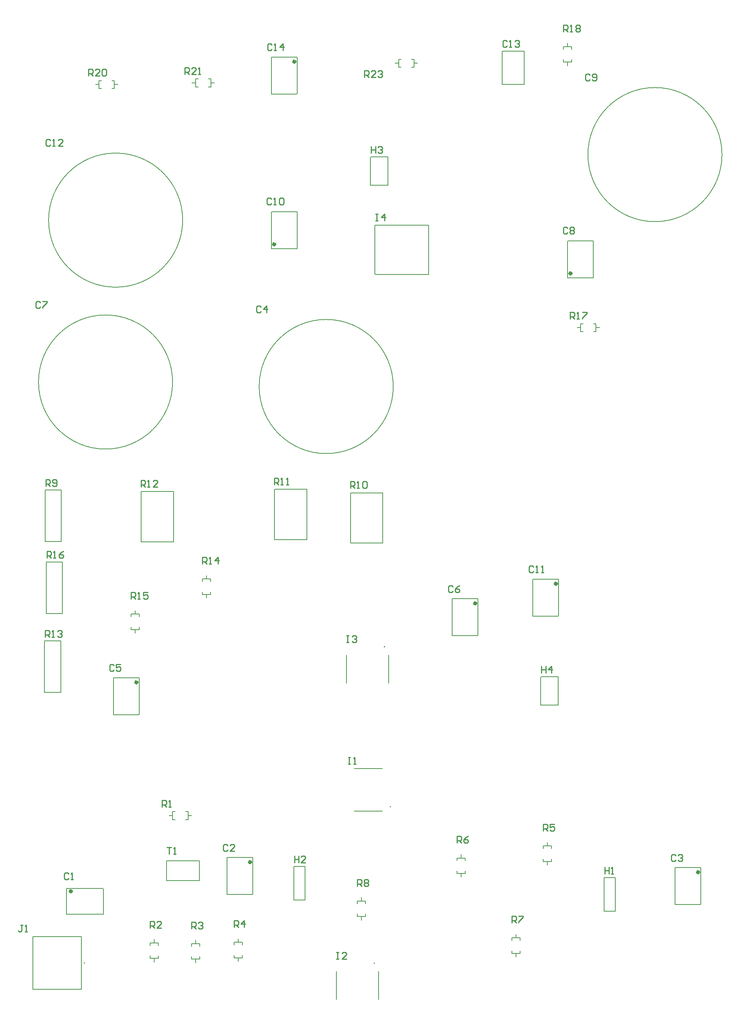
<source format=gto>
G04*
G04 #@! TF.GenerationSoftware,Altium Limited,Altium Designer,25.4.2 (15)*
G04*
G04 Layer_Color=65535*
%FSLAX44Y44*%
%MOMM*%
G71*
G04*
G04 #@! TF.SameCoordinates,B37D86E9-8EB0-469F-8F7F-38126ABF2200*
G04*
G04*
G04 #@! TF.FilePolarity,Positive*
G04*
G01*
G75*
%ADD10C,0.2000*%
%ADD11C,0.7620*%
%ADD12C,0.2032*%
%ADD13C,0.1270*%
%ADD14C,0.2540*%
D10*
X966070Y1521460D02*
G03*
X966070Y1521460I-152000J0D01*
G01*
X465690Y1531620D02*
G03*
X465690Y1531620I-152000J0D01*
G01*
X1711560Y2047240D02*
G03*
X1711560Y2047240I-152000J0D01*
G01*
X488550Y1898650D02*
G03*
X488550Y1898650I-152000J0D01*
G01*
X266680Y214630D02*
G03*
X266680Y214630I-1000J0D01*
G01*
X960670Y568960D02*
G03*
X960670Y568960I-1000J0D01*
G01*
X924290Y214180D02*
G03*
X924290Y214180I-1000J0D01*
G01*
X947150Y931400D02*
G03*
X947150Y931400I-1000J0D01*
G01*
X1213250Y2231390D02*
Y2256790D01*
X1263250Y2231390D02*
Y2256790D01*
X1213250Y2206390D02*
Y2231390D01*
Y2206390D02*
X1263250D01*
Y2231390D01*
X1213250Y2256790D02*
Y2281790D01*
X1263250D01*
Y2256790D02*
Y2281790D01*
D11*
X236220Y377190D02*
G03*
X236220Y377190I-1270J0D01*
G01*
X642620Y443230D02*
G03*
X642620Y443230I-1270J0D01*
G01*
X1658620Y420370D02*
G03*
X1658620Y420370I-1270J0D01*
G01*
X384810Y850900D02*
G03*
X384810Y850900I-1270J0D01*
G01*
X1153160Y1029970D02*
G03*
X1153160Y1029970I-1270J0D01*
G01*
X1369060Y1778000D02*
G03*
X1369060Y1778000I-1270J0D01*
G01*
X697230Y1844040D02*
G03*
X697230Y1844040I-1270J0D01*
G01*
X1336040Y1074420D02*
G03*
X1336040Y1074420I-1270J0D01*
G01*
X742950Y2258060D02*
G03*
X742950Y2258060I-1270J0D01*
G01*
D12*
X176530Y1169670D02*
Y1286510D01*
Y1169670D02*
X213360D01*
Y1286510D01*
X176530D02*
X213360D01*
X175260Y827940D02*
Y944780D01*
Y827940D02*
X212090D01*
Y944780D01*
X175260D02*
X212090D01*
X179070Y1007010D02*
Y1123850D01*
Y1007010D02*
X215900D01*
Y1123850D01*
X179070D02*
X215900D01*
X1443990Y331470D02*
Y407670D01*
Y331470D02*
X1469390D01*
Y407670D01*
X1443990D02*
X1469390D01*
X740410Y356870D02*
Y433070D01*
Y356870D02*
X765810D01*
Y433070D01*
X740410D02*
X765810D01*
X914400Y2040890D02*
X915670Y2042160D01*
X914400Y1977390D02*
Y2040890D01*
Y1977390D02*
X916940D01*
X953770D01*
Y2042160D01*
X915670D02*
X953770D01*
X1300480Y862330D02*
X1301750Y863600D01*
X1300480Y798830D02*
Y862330D01*
Y798830D02*
X1303020D01*
X1339850D01*
Y863600D01*
X1301750D02*
X1339850D01*
X451645Y446133D02*
X526575D01*
Y401684D02*
Y446133D01*
X451645Y401684D02*
X526575D01*
X451645D02*
Y446133D01*
X924560Y1887220D02*
X1046480D01*
X924560Y1776730D02*
Y1887220D01*
Y1776730D02*
X925830Y1775460D01*
X1046480D01*
Y1887220D01*
X224790Y325120D02*
Y383540D01*
X307340D01*
X308610Y382270D01*
Y325120D02*
Y382270D01*
X228600Y325120D02*
X308610D01*
X224790D02*
X228600D01*
X589280Y453390D02*
X647700D01*
Y370840D02*
Y453390D01*
X646430Y369570D02*
X647700Y370840D01*
X589280Y369570D02*
X646430D01*
X589280D02*
Y449580D01*
Y453390D01*
X1605280Y430530D02*
X1663700D01*
Y347980D02*
Y430530D01*
X1662430Y346710D02*
X1663700Y347980D01*
X1605280Y346710D02*
X1662430D01*
X1605280D02*
Y426720D01*
Y430530D01*
X331470Y861060D02*
X389890D01*
Y778510D02*
Y861060D01*
X388620Y777240D02*
X389890Y778510D01*
X331470Y777240D02*
X388620D01*
X331470D02*
Y857250D01*
Y861060D01*
X1099820Y1040130D02*
X1158240D01*
Y957580D02*
Y1040130D01*
X1156970Y956310D02*
X1158240Y957580D01*
X1099820Y956310D02*
X1156970D01*
X1099820D02*
Y1036320D01*
Y1040130D01*
X1361440Y1767840D02*
X1419860D01*
X1361440D02*
Y1850390D01*
X1362710Y1851660D01*
X1419860D01*
Y1771650D02*
Y1851660D01*
Y1767840D02*
Y1771650D01*
X689610Y1833880D02*
X748030D01*
X689610D02*
Y1916430D01*
X690880Y1917700D01*
X748030D01*
Y1837690D02*
Y1917700D01*
Y1833880D02*
Y1837690D01*
X1282700Y1084580D02*
X1341120D01*
Y1002030D02*
Y1084580D01*
X1339850Y1000760D02*
X1341120Y1002030D01*
X1282700Y1000760D02*
X1339850D01*
X1282700D02*
Y1080770D01*
Y1084580D01*
X689610Y2268220D02*
X748030D01*
Y2185670D02*
Y2268220D01*
X746760Y2184400D02*
X748030Y2185670D01*
X689610Y2184400D02*
X746760D01*
X689610D02*
Y2264410D01*
Y2268220D01*
X869641Y1279342D02*
X870544Y1280244D01*
X869641Y1167162D02*
Y1279342D01*
Y1167162D02*
X870093Y1166711D01*
X942272D01*
X942573Y1167012D01*
Y1280544D01*
X942423Y1280394D02*
X942573Y1280544D01*
X869341Y1280394D02*
X942423D01*
X769026Y1174666D02*
X769929Y1175568D01*
Y1287748D01*
X769477Y1288199D02*
X769929Y1287748D01*
X697298Y1288199D02*
X769477D01*
X696997Y1287898D02*
X697298Y1288199D01*
X696997Y1174365D02*
Y1287898D01*
Y1174365D02*
X697147Y1174516D01*
X770229D01*
X466766Y1169586D02*
X467668Y1170489D01*
Y1282668D01*
X467217Y1283119D02*
X467668Y1282668D01*
X395037Y1283119D02*
X467217D01*
X394737Y1282818D02*
X395037Y1283119D01*
X394737Y1169286D02*
Y1282818D01*
Y1169286D02*
X394887Y1169436D01*
X467969D01*
D13*
X457660Y548640D02*
X465660D01*
Y557890D02*
X471460D01*
X465660Y539390D02*
X471460D01*
X465660Y548640D02*
Y557890D01*
Y539390D02*
Y548640D01*
X500660D02*
X508660D01*
X494860Y557890D02*
X500660D01*
Y548640D02*
Y557890D01*
Y539390D02*
Y548640D01*
X494860Y539390D02*
X500660D01*
X424180Y260070D02*
Y268070D01*
X433430Y254270D02*
Y260070D01*
X414930Y254270D02*
Y260070D01*
X424180D02*
X433430D01*
X414930D02*
X424180D01*
Y217070D02*
Y225070D01*
X433430D02*
Y230870D01*
X424180Y225070D02*
X433430D01*
X414930D02*
X424180D01*
X414930D02*
Y230870D01*
X518160Y258240D02*
Y266240D01*
X527410Y252440D02*
Y258240D01*
X508910Y252440D02*
Y258240D01*
X518160D02*
X527410D01*
X508910D02*
X518160D01*
Y215240D02*
Y223240D01*
X527410D02*
Y229040D01*
X518160Y223240D02*
X527410D01*
X508910D02*
X518160D01*
X508910D02*
Y229040D01*
X614680Y261340D02*
Y269340D01*
X623930Y255540D02*
Y261340D01*
X605430Y255540D02*
Y261340D01*
X614680D02*
X623930D01*
X605430D02*
X614680D01*
Y218340D02*
Y226340D01*
X623930D02*
Y232140D01*
X614680Y226340D02*
X623930D01*
X605430D02*
X614680D01*
X605430D02*
Y232140D01*
X1315720Y479780D02*
Y487780D01*
X1324970Y473980D02*
Y479780D01*
X1306470Y473980D02*
Y479780D01*
X1315720D02*
X1324970D01*
X1306470D02*
X1315720D01*
Y436780D02*
Y444780D01*
X1324970D02*
Y450580D01*
X1315720Y444780D02*
X1324970D01*
X1306470D02*
X1315720D01*
X1306470D02*
Y450580D01*
X1120140Y452400D02*
Y460400D01*
X1129390Y446600D02*
Y452400D01*
X1110890Y446600D02*
Y452400D01*
X1120140D02*
X1129390D01*
X1110890D02*
X1120140D01*
Y409400D02*
Y417400D01*
X1129390D02*
Y423200D01*
X1120140Y417400D02*
X1129390D01*
X1110890D02*
X1120140D01*
X1110890D02*
Y423200D01*
X1244600Y228500D02*
Y236500D01*
X1235350D02*
Y242300D01*
X1253850Y236500D02*
Y242300D01*
X1235350Y236500D02*
X1244600D01*
X1253850D01*
X1244600Y271500D02*
Y279500D01*
X1235350Y265700D02*
Y271500D01*
X1244600D01*
X1253850D01*
Y265700D02*
Y271500D01*
X894080Y354760D02*
Y362760D01*
X903330Y348960D02*
Y354760D01*
X884830Y348960D02*
Y354760D01*
X894080D02*
X903330D01*
X884830D02*
X894080D01*
Y311760D02*
Y319760D01*
X903330D02*
Y325560D01*
X894080Y319760D02*
X903330D01*
X884830D02*
X894080D01*
X884830D02*
Y325560D01*
X542290Y1085010D02*
Y1093010D01*
X551540Y1079210D02*
Y1085010D01*
X533040Y1079210D02*
Y1085010D01*
X542290D02*
X551540D01*
X533040D02*
X542290D01*
Y1042010D02*
Y1050010D01*
X551540D02*
Y1055810D01*
X542290Y1050010D02*
X551540D01*
X533040D02*
X542290D01*
X533040D02*
Y1055810D01*
X381000Y962560D02*
Y970560D01*
X371750D02*
Y976360D01*
X390250Y970560D02*
Y976360D01*
X371750Y970560D02*
X381000D01*
X390250D01*
X381000Y1005560D02*
Y1013560D01*
X371750Y999760D02*
Y1005560D01*
X381000D01*
X390250D01*
Y999760D02*
Y1005560D01*
X1425930Y1654810D02*
X1433930D01*
X1420130Y1645560D02*
X1425930D01*
X1420130Y1664060D02*
X1425930D01*
Y1645560D02*
Y1654810D01*
Y1664060D01*
X1382930Y1654810D02*
X1390930D01*
Y1645560D02*
X1396730D01*
X1390930D02*
Y1654810D01*
Y1664060D01*
X1396730D01*
X1361440Y2249070D02*
Y2257070D01*
X1352190D02*
Y2262870D01*
X1370690Y2257070D02*
Y2262870D01*
X1352190Y2257070D02*
X1361440D01*
X1370690D01*
X1361440Y2292070D02*
Y2300070D01*
X1352190Y2286270D02*
Y2292070D01*
X1361440D01*
X1370690D01*
Y2286270D02*
Y2292070D01*
X290730Y2205990D02*
X298730D01*
Y2215240D02*
X304530D01*
X298730Y2196740D02*
X304530D01*
X298730Y2205990D02*
Y2215240D01*
Y2196740D02*
Y2205990D01*
X333730D02*
X341730D01*
X327930Y2215240D02*
X333730D01*
Y2205990D02*
Y2215240D01*
Y2196740D02*
Y2205990D01*
X327930Y2196740D02*
X333730D01*
X552730Y2209800D02*
X560730D01*
X546930Y2200550D02*
X552730D01*
X546930Y2219050D02*
X552730D01*
Y2200550D02*
Y2209800D01*
Y2219050D01*
X509730Y2209800D02*
X517730D01*
Y2200550D02*
X523530D01*
X517730D02*
Y2209800D01*
Y2219050D01*
X523530D01*
X1013180Y2254250D02*
X1021180D01*
X1007380Y2245000D02*
X1013180D01*
X1007380Y2263500D02*
X1013180D01*
Y2245000D02*
Y2254250D01*
Y2263500D01*
X970180Y2254250D02*
X978180D01*
Y2245000D02*
X983980D01*
X978180D02*
Y2254250D01*
Y2263500D01*
X983980D01*
X148680Y274630D02*
X258680D01*
Y154630D02*
Y274630D01*
X148680Y154630D02*
X258680D01*
X148680D02*
Y274630D01*
X877570Y655010D02*
X941070D01*
X877570Y559110D02*
X941070D01*
X837240Y132080D02*
Y195580D01*
X933140Y132080D02*
Y195580D01*
X860100Y849300D02*
Y912800D01*
X956000Y849300D02*
Y912800D01*
D14*
X689861Y1946652D02*
X687321Y1949191D01*
X682243D01*
X679704Y1946652D01*
Y1936495D01*
X682243Y1933956D01*
X687321D01*
X689861Y1936495D01*
X694939Y1933956D02*
X700017D01*
X697478D01*
Y1949191D01*
X694939Y1946652D01*
X707635D02*
X710174Y1949191D01*
X715253D01*
X717792Y1946652D01*
Y1936495D01*
X715253Y1933956D01*
X710174D01*
X707635Y1936495D01*
Y1946652D01*
X1306322Y513842D02*
Y529077D01*
X1313940D01*
X1316479Y526538D01*
Y521460D01*
X1313940Y518920D01*
X1306322D01*
X1311400D02*
X1316479Y513842D01*
X1331714Y529077D02*
X1321557D01*
Y521460D01*
X1326635Y523999D01*
X1329175D01*
X1331714Y521460D01*
Y516381D01*
X1329175Y513842D01*
X1324096D01*
X1321557Y516381D01*
X393954Y1293876D02*
Y1309111D01*
X401572D01*
X404111Y1306572D01*
Y1301494D01*
X401572Y1298954D01*
X393954D01*
X399032D02*
X404111Y1293876D01*
X409189D02*
X414267D01*
X411728D01*
Y1309111D01*
X409189Y1306572D01*
X432042Y1293876D02*
X421885D01*
X432042Y1304033D01*
Y1306572D01*
X429502Y1309111D01*
X424424D01*
X421885Y1306572D01*
X696214Y1298956D02*
Y1314191D01*
X703831D01*
X706371Y1311652D01*
Y1306573D01*
X703831Y1304034D01*
X696214D01*
X701292D02*
X706371Y1298956D01*
X711449D02*
X716527D01*
X713988D01*
Y1314191D01*
X711449Y1311652D01*
X724145Y1298956D02*
X729223D01*
X726684D01*
Y1314191D01*
X724145Y1311652D01*
X868934Y1291336D02*
Y1306571D01*
X876552D01*
X879091Y1304032D01*
Y1298954D01*
X876552Y1296414D01*
X868934D01*
X874012D02*
X879091Y1291336D01*
X884169D02*
X889247D01*
X886708D01*
Y1306571D01*
X884169Y1304032D01*
X896865D02*
X899404Y1306571D01*
X904482D01*
X907022Y1304032D01*
Y1293875D01*
X904482Y1291336D01*
X899404D01*
X896865Y1293875D01*
Y1304032D01*
X859790Y956305D02*
X864868D01*
X862329D01*
Y941070D01*
X859790D01*
X864868D01*
X872486Y953766D02*
X875025Y956305D01*
X880103D01*
X882643Y953766D01*
Y951227D01*
X880103Y948688D01*
X877564D01*
X880103D01*
X882643Y946148D01*
Y943609D01*
X880103Y941070D01*
X875025D01*
X872486Y943609D01*
X836930Y239009D02*
X842008D01*
X839469D01*
Y223774D01*
X836930D01*
X842008D01*
X859783D02*
X849626D01*
X859783Y233931D01*
Y236470D01*
X857243Y239009D01*
X852165D01*
X849626Y236470D01*
X863854Y680715D02*
X868932D01*
X866393D01*
Y665480D01*
X863854D01*
X868932D01*
X876550D02*
X881628D01*
X879089D01*
Y680715D01*
X876550Y678176D01*
X125727Y300223D02*
X120648D01*
X123188D01*
Y287527D01*
X120648Y284988D01*
X118109D01*
X115570Y287527D01*
X130805Y284988D02*
X135883D01*
X133344D01*
Y300223D01*
X130805Y297684D01*
X900437Y2222502D02*
Y2237737D01*
X908054D01*
X910593Y2235198D01*
Y2230120D01*
X908054Y2227581D01*
X900437D01*
X905515D02*
X910593Y2222502D01*
X925828D02*
X915672D01*
X925828Y2232659D01*
Y2235198D01*
X923289Y2237737D01*
X918211D01*
X915672Y2235198D01*
X930907D02*
X933446Y2237737D01*
X938524D01*
X941063Y2235198D01*
Y2232659D01*
X938524Y2230120D01*
X935985D01*
X938524D01*
X941063Y2227581D01*
Y2225042D01*
X938524Y2222502D01*
X933446D01*
X930907Y2225042D01*
X493776Y2229358D02*
Y2244593D01*
X501394D01*
X503933Y2242054D01*
Y2236976D01*
X501394Y2234436D01*
X493776D01*
X498854D02*
X503933Y2229358D01*
X519168D02*
X509011D01*
X519168Y2239515D01*
Y2242054D01*
X516629Y2244593D01*
X511550D01*
X509011Y2242054D01*
X524246Y2229358D02*
X529324D01*
X526785D01*
Y2244593D01*
X524246Y2242054D01*
X274828Y2225548D02*
Y2240783D01*
X282446D01*
X284985Y2238244D01*
Y2233165D01*
X282446Y2230626D01*
X274828D01*
X279906D02*
X284985Y2225548D01*
X300220D02*
X290063D01*
X300220Y2235705D01*
Y2238244D01*
X297681Y2240783D01*
X292602D01*
X290063Y2238244D01*
X305298D02*
X307837Y2240783D01*
X312916D01*
X315455Y2238244D01*
Y2228087D01*
X312916Y2225548D01*
X307837D01*
X305298Y2228087D01*
Y2238244D01*
X1352042Y2326132D02*
Y2341367D01*
X1359659D01*
X1362199Y2338828D01*
Y2333750D01*
X1359659Y2331210D01*
X1352042D01*
X1357120D02*
X1362199Y2326132D01*
X1367277D02*
X1372355D01*
X1369816D01*
Y2341367D01*
X1367277Y2338828D01*
X1379973D02*
X1382512Y2341367D01*
X1387590D01*
X1390130Y2338828D01*
Y2336289D01*
X1387590Y2333750D01*
X1390130Y2331210D01*
Y2328671D01*
X1387590Y2326132D01*
X1382512D01*
X1379973Y2328671D01*
Y2331210D01*
X1382512Y2333750D01*
X1379973Y2336289D01*
Y2338828D01*
X1382512Y2333750D02*
X1387590D01*
X1367028Y1674368D02*
Y1689603D01*
X1374646D01*
X1377185Y1687064D01*
Y1681985D01*
X1374646Y1679446D01*
X1367028D01*
X1372106D02*
X1377185Y1674368D01*
X1382263D02*
X1387341D01*
X1384802D01*
Y1689603D01*
X1382263Y1687064D01*
X1394959Y1689603D02*
X1405116D01*
Y1687064D01*
X1394959Y1676907D01*
Y1674368D01*
X371602Y1039622D02*
Y1054857D01*
X379220D01*
X381759Y1052318D01*
Y1047240D01*
X379220Y1044700D01*
X371602D01*
X376680D02*
X381759Y1039622D01*
X386837D02*
X391915D01*
X389376D01*
Y1054857D01*
X386837Y1052318D01*
X409690Y1054857D02*
X399533D01*
Y1047240D01*
X404611Y1049779D01*
X407150D01*
X409690Y1047240D01*
Y1042161D01*
X407150Y1039622D01*
X402072D01*
X399533Y1042161D01*
X532892Y1119124D02*
Y1134359D01*
X540509D01*
X543049Y1131820D01*
Y1126741D01*
X540509Y1124202D01*
X532892D01*
X537970D02*
X543049Y1119124D01*
X548127D02*
X553205D01*
X550666D01*
Y1134359D01*
X548127Y1131820D01*
X568441Y1119124D02*
Y1134359D01*
X560823Y1126741D01*
X570980D01*
X884682Y388874D02*
Y404109D01*
X892299D01*
X894839Y401570D01*
Y396492D01*
X892299Y393952D01*
X884682D01*
X889760D02*
X894839Y388874D01*
X899917Y401570D02*
X902456Y404109D01*
X907535D01*
X910074Y401570D01*
Y399031D01*
X907535Y396492D01*
X910074Y393952D01*
Y391413D01*
X907535Y388874D01*
X902456D01*
X899917Y391413D01*
Y393952D01*
X902456Y396492D01*
X899917Y399031D01*
Y401570D01*
X902456Y396492D02*
X907535D01*
X1235202Y305562D02*
Y320797D01*
X1242820D01*
X1245359Y318258D01*
Y313179D01*
X1242820Y310640D01*
X1235202D01*
X1240280D02*
X1245359Y305562D01*
X1250437Y320797D02*
X1260594D01*
Y318258D01*
X1250437Y308101D01*
Y305562D01*
X1110742Y486664D02*
Y501899D01*
X1118360D01*
X1120899Y499360D01*
Y494282D01*
X1118360Y491742D01*
X1110742D01*
X1115820D02*
X1120899Y486664D01*
X1136134Y501899D02*
X1131055Y499360D01*
X1125977Y494282D01*
Y489203D01*
X1128516Y486664D01*
X1133595D01*
X1136134Y489203D01*
Y491742D01*
X1133595Y494282D01*
X1125977D01*
X605282Y295402D02*
Y310637D01*
X612900D01*
X615439Y308098D01*
Y303020D01*
X612900Y300480D01*
X605282D01*
X610360D02*
X615439Y295402D01*
X628135D02*
Y310637D01*
X620517Y303020D01*
X630674D01*
X508762Y292354D02*
Y307589D01*
X516380D01*
X518919Y305050D01*
Y299972D01*
X516380Y297432D01*
X508762D01*
X513840D02*
X518919Y292354D01*
X523997Y305050D02*
X526536Y307589D01*
X531615D01*
X534154Y305050D01*
Y302511D01*
X531615Y299972D01*
X529075D01*
X531615D01*
X534154Y297432D01*
Y294893D01*
X531615Y292354D01*
X526536D01*
X523997Y294893D01*
X414782Y294132D02*
Y309367D01*
X422399D01*
X424939Y306828D01*
Y301749D01*
X422399Y299210D01*
X414782D01*
X419860D02*
X424939Y294132D01*
X440174D02*
X430017D01*
X440174Y304289D01*
Y306828D01*
X437635Y309367D01*
X432556D01*
X430017Y306828D01*
X441706Y568198D02*
Y583433D01*
X449324D01*
X451863Y580894D01*
Y575816D01*
X449324Y573276D01*
X441706D01*
X446784D02*
X451863Y568198D01*
X456941D02*
X462019D01*
X459480D01*
Y583433D01*
X456941Y580894D01*
X691131Y2295902D02*
X688592Y2298441D01*
X683513D01*
X680974Y2295902D01*
Y2285745D01*
X683513Y2283206D01*
X688592D01*
X691131Y2285745D01*
X696209Y2283206D02*
X701287D01*
X698748D01*
Y2298441D01*
X696209Y2295902D01*
X716523Y2283206D02*
Y2298441D01*
X708905Y2290824D01*
X719062D01*
X1284221Y1112262D02*
X1281682Y1114801D01*
X1276603D01*
X1274064Y1112262D01*
Y1102105D01*
X1276603Y1099566D01*
X1281682D01*
X1284221Y1102105D01*
X1289299Y1099566D02*
X1294377D01*
X1291838D01*
Y1114801D01*
X1289299Y1112262D01*
X1301995Y1099566D02*
X1307073D01*
X1304534D01*
Y1114801D01*
X1301995Y1112262D01*
X1361691Y1880612D02*
X1359151Y1883151D01*
X1354073D01*
X1351534Y1880612D01*
Y1870455D01*
X1354073Y1867916D01*
X1359151D01*
X1361691Y1870455D01*
X1366769Y1880612D02*
X1369308Y1883151D01*
X1374387D01*
X1376926Y1880612D01*
Y1878073D01*
X1374387Y1875533D01*
X1376926Y1872994D01*
Y1870455D01*
X1374387Y1867916D01*
X1369308D01*
X1366769Y1870455D01*
Y1872994D01*
X1369308Y1875533D01*
X1366769Y1878073D01*
Y1880612D01*
X1369308Y1875533D02*
X1374387D01*
X1101341Y1067812D02*
X1098801Y1070351D01*
X1093723D01*
X1091184Y1067812D01*
Y1057655D01*
X1093723Y1055116D01*
X1098801D01*
X1101341Y1057655D01*
X1116576Y1070351D02*
X1111497Y1067812D01*
X1106419Y1062734D01*
Y1057655D01*
X1108958Y1055116D01*
X1114037D01*
X1116576Y1057655D01*
Y1060194D01*
X1114037Y1062734D01*
X1106419D01*
X332991Y888742D02*
X330452Y891281D01*
X325373D01*
X322834Y888742D01*
Y878585D01*
X325373Y876046D01*
X330452D01*
X332991Y878585D01*
X348226Y891281D02*
X338069D01*
Y883663D01*
X343147Y886203D01*
X345687D01*
X348226Y883663D01*
Y878585D01*
X345687Y876046D01*
X340608D01*
X338069Y878585D01*
X1606801Y458212D02*
X1604261Y460751D01*
X1599183D01*
X1596644Y458212D01*
Y448055D01*
X1599183Y445516D01*
X1604261D01*
X1606801Y448055D01*
X1611879Y458212D02*
X1614418Y460751D01*
X1619497D01*
X1622036Y458212D01*
Y455673D01*
X1619497Y453134D01*
X1616957D01*
X1619497D01*
X1622036Y450594D01*
Y448055D01*
X1619497Y445516D01*
X1614418D01*
X1611879Y448055D01*
X590801Y481072D02*
X588261Y483611D01*
X583183D01*
X580644Y481072D01*
Y470915D01*
X583183Y468376D01*
X588261D01*
X590801Y470915D01*
X606036Y468376D02*
X595879D01*
X606036Y478533D01*
Y481072D01*
X603497Y483611D01*
X598418D01*
X595879Y481072D01*
X230121Y416302D02*
X227582Y418841D01*
X222503D01*
X219964Y416302D01*
Y406145D01*
X222503Y403606D01*
X227582D01*
X230121Y406145D01*
X235199Y403606D02*
X240277D01*
X237738D01*
Y418841D01*
X235199Y416302D01*
X926084Y1912361D02*
X931162D01*
X928623D01*
Y1897126D01*
X926084D01*
X931162D01*
X946397D02*
Y1912361D01*
X938780Y1904743D01*
X948937D01*
X453136Y476499D02*
X463293D01*
X458214D01*
Y461264D01*
X468371D02*
X473449D01*
X470910D01*
Y476499D01*
X468371Y473960D01*
X1302004Y887471D02*
Y872236D01*
Y879854D01*
X1312161D01*
Y887471D01*
Y872236D01*
X1324857D02*
Y887471D01*
X1317239Y879854D01*
X1327396D01*
X915924Y2066031D02*
Y2050796D01*
Y2058414D01*
X926081D01*
Y2066031D01*
Y2050796D01*
X931159Y2063492D02*
X933698Y2066031D01*
X938777D01*
X941316Y2063492D01*
Y2060953D01*
X938777Y2058414D01*
X936237D01*
X938777D01*
X941316Y2055874D01*
Y2053335D01*
X938777Y2050796D01*
X933698D01*
X931159Y2053335D01*
X741934Y456941D02*
Y441706D01*
Y449324D01*
X752091D01*
Y456941D01*
Y441706D01*
X767326D02*
X757169D01*
X767326Y451863D01*
Y454402D01*
X764787Y456941D01*
X759708D01*
X757169Y454402D01*
X1445514Y431541D02*
Y416306D01*
Y423923D01*
X1455671D01*
Y431541D01*
Y416306D01*
X1460749D02*
X1465827D01*
X1463288D01*
Y431541D01*
X1460749Y429002D01*
X188973Y2079240D02*
X186434Y2081779D01*
X181355D01*
X178816Y2079240D01*
Y2069083D01*
X181355Y2066544D01*
X186434D01*
X188973Y2069083D01*
X194051Y2066544D02*
X199129D01*
X196590D01*
Y2081779D01*
X194051Y2079240D01*
X216904Y2066544D02*
X206747D01*
X216904Y2076701D01*
Y2079240D01*
X214364Y2081779D01*
X209286D01*
X206747Y2079240D01*
X1411983Y2227830D02*
X1409444Y2230369D01*
X1404365D01*
X1401826Y2227830D01*
Y2217673D01*
X1404365Y2215134D01*
X1409444D01*
X1411983Y2217673D01*
X1417061D02*
X1419600Y2215134D01*
X1424679D01*
X1427218Y2217673D01*
Y2227830D01*
X1424679Y2230369D01*
X1419600D01*
X1417061Y2227830D01*
Y2225291D01*
X1419600Y2222751D01*
X1427218D01*
X166113Y1712210D02*
X163573Y1714749D01*
X158495D01*
X155956Y1712210D01*
Y1702053D01*
X158495Y1699514D01*
X163573D01*
X166113Y1702053D01*
X171191Y1714749D02*
X181348D01*
Y1712210D01*
X171191Y1702053D01*
Y1699514D01*
X666493Y1702050D02*
X663953Y1704589D01*
X658875D01*
X656336Y1702050D01*
Y1691893D01*
X658875Y1689354D01*
X663953D01*
X666493Y1691893D01*
X679189Y1689354D02*
Y1704589D01*
X671571Y1696971D01*
X681728D01*
X1224531Y2303522D02*
X1221992Y2306061D01*
X1216913D01*
X1214374Y2303522D01*
Y2293365D01*
X1216913Y2290826D01*
X1221992D01*
X1224531Y2293365D01*
X1229609Y2290826D02*
X1234687D01*
X1232148D01*
Y2306061D01*
X1229609Y2303522D01*
X1242305D02*
X1244844Y2306061D01*
X1249922D01*
X1252462Y2303522D01*
Y2300983D01*
X1249922Y2298443D01*
X1247383D01*
X1249922D01*
X1252462Y2295904D01*
Y2293365D01*
X1249922Y2290826D01*
X1244844D01*
X1242305Y2293365D01*
X176784Y953516D02*
Y968751D01*
X184401D01*
X186941Y966212D01*
Y961133D01*
X184401Y958594D01*
X176784D01*
X181862D02*
X186941Y953516D01*
X192019D02*
X197097D01*
X194558D01*
Y968751D01*
X192019Y966212D01*
X204715D02*
X207254Y968751D01*
X212332D01*
X214872Y966212D01*
Y963673D01*
X212332Y961133D01*
X209793D01*
X212332D01*
X214872Y958594D01*
Y956055D01*
X212332Y953516D01*
X207254D01*
X204715Y956055D01*
X178054Y1295146D02*
Y1310381D01*
X185672D01*
X188211Y1307842D01*
Y1302764D01*
X185672Y1300224D01*
X178054D01*
X183132D02*
X188211Y1295146D01*
X193289Y1297685D02*
X195828Y1295146D01*
X200907D01*
X203446Y1297685D01*
Y1307842D01*
X200907Y1310381D01*
X195828D01*
X193289Y1307842D01*
Y1305303D01*
X195828Y1302764D01*
X203446D01*
X180594Y1132586D02*
Y1147821D01*
X188211D01*
X190751Y1145282D01*
Y1140203D01*
X188211Y1137664D01*
X180594D01*
X185672D02*
X190751Y1132586D01*
X195829D02*
X200907D01*
X198368D01*
Y1147821D01*
X195829Y1145282D01*
X218682Y1147821D02*
X213603Y1145282D01*
X208525Y1140203D01*
Y1135125D01*
X211064Y1132586D01*
X216143D01*
X218682Y1135125D01*
Y1137664D01*
X216143Y1140203D01*
X208525D01*
M02*

</source>
